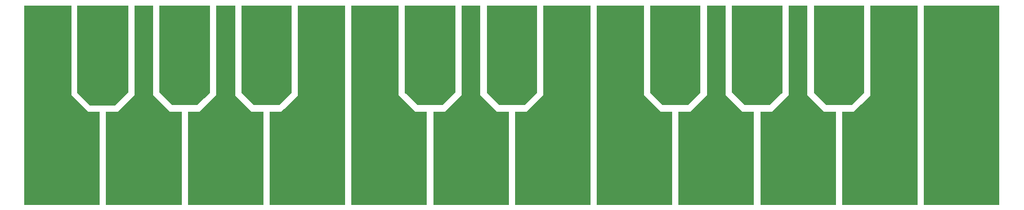
<source format=gbr>
%TF.GenerationSoftware,KiCad,Pcbnew,(6.0.2)*%
%TF.CreationDate,2022-03-12T17:52:29+01:00*%
%TF.ProjectId,hardware,68617264-7761-4726-952e-6b696361645f,rev?*%
%TF.SameCoordinates,Original*%
%TF.FileFunction,Paste,Top*%
%TF.FilePolarity,Positive*%
%FSLAX46Y46*%
G04 Gerber Fmt 4.6, Leading zero omitted, Abs format (unit mm)*
G04 Created by KiCad (PCBNEW (6.0.2)) date 2022-03-12 17:52:29*
%MOMM*%
%LPD*%
G01*
G04 APERTURE LIST*
G04 Aperture macros list*
%AMFreePoly0*
4,1,8,5.329152,14.575350,7.775791,12.140177,9.586970,12.140177,9.586970,-1.985799,-1.767270,-1.985799,-1.767270,28.149653,5.329152,28.149653,5.329152,14.575350,5.329152,14.575350,$1*%
%AMFreePoly1*
4,1,16,3.684809,-0.274624,3.684810,-0.274625,3.620300,-0.338833,3.620300,-0.348088,3.620301,-0.348089,1.727993,-2.231542,1.727993,-2.231543,-2.056797,-2.231543,-2.056798,-2.231544,-3.949177,-0.348090,-3.949178,-0.348090,-3.949178,12.836189,-3.884669,12.836189,-3.884669,12.909653,3.684809,12.909653,3.684809,-0.274624,3.684809,-0.274624,$1*%
%AMFreePoly2*
4,1,11,4.929624,14.575350,7.376221,12.140177,9.187460,12.140177,9.187460,-1.985799,-2.166777,-1.985799,-2.166777,12.140177,-0.355638,12.140177,2.091062,14.575351,2.091062,28.149653,4.929624,28.149653,4.929624,14.575350,4.929624,14.575350,$1*%
%AMFreePoly3*
4,1,11,3.285301,-0.274626,3.285300,-0.274626,1.392896,-2.158078,1.392896,-2.158079,-2.391817,-2.158079,-2.391817,-2.158078,-4.284225,-0.274626,-4.284226,-0.274626,-4.284226,12.909653,3.285301,12.909653,3.285301,-0.274626,3.285301,-0.274626,$1*%
%AMFreePoly4*
4,1,12,4.530013,28.149651,4.530015,14.575350,6.976719,12.140177,8.787854,12.140177,8.787854,-1.985799,-2.566385,-1.985799,-2.566385,12.140177,-0.755144,12.140177,1.691451,14.575350,1.691451,28.149653,4.530013,28.149653,4.530013,28.149651,4.530013,28.149651,$1*%
%AMFreePoly5*
4,1,11,2.885796,-0.274626,2.885795,-0.274626,0.993390,-2.158078,0.993390,-2.158079,-2.791427,-2.158079,-2.791428,-2.158080,-4.683735,-0.274626,-4.683736,-0.274626,-4.683736,12.909653,2.885796,12.909653,2.885796,-0.274626,2.885796,-0.274626,$1*%
%AMFreePoly6*
4,1,8,8.388345,-1.985799,-2.965893,-1.985799,-2.965893,12.140177,-1.154651,12.140177,1.291946,14.575351,1.291946,28.149653,8.388345,28.149653,8.388345,-1.985799,8.388345,-1.985799,$1*%
%AMFreePoly7*
4,1,8,3.731001,14.575350,6.177595,12.140177,7.988837,12.140177,7.988837,-1.985799,-3.365501,-1.985799,-3.365501,28.149653,3.731001,28.149653,3.731001,14.575350,3.731001,14.575350,$1*%
%AMFreePoly8*
4,1,11,4.626680,-0.274626,4.626679,-0.274626,2.734265,-2.158078,2.734265,-2.158079,-1.050446,-2.158079,-1.050446,-2.158078,-2.942848,-0.274626,-2.942849,-0.274626,-2.942849,12.909653,4.626680,12.909653,4.626680,-0.274626,4.626680,-0.274626,$1*%
%AMFreePoly9*
4,1,11,3.331393,14.575350,5.778087,12.140177,7.589236,12.140177,7.589236,-1.985799,-3.765010,-1.985799,-3.765010,12.140177,-1.953768,12.140177,0.492829,14.575351,0.492829,28.149653,3.331393,28.149653,3.331393,14.575350,3.331393,14.575350,$1*%
%AMFreePoly10*
4,1,11,4.227064,-0.274626,4.227063,-0.274626,2.334768,-2.158078,2.334768,-2.158079,-1.450052,-2.158079,-1.450053,-2.158080,-3.342357,-0.274626,-3.342358,-0.274626,-3.342358,12.909653,4.227064,12.909653,4.227064,-0.274626,4.227064,-0.274626,$1*%
%AMFreePoly11*
4,1,8,7.189705,-1.985799,-4.164522,-1.985799,-4.164522,12.140177,-2.353372,12.140177,0.093313,14.575350,0.093313,28.149653,7.189712,28.149653,7.189705,-1.985799,7.189705,-1.985799,$1*%
%AMFreePoly12*
4,1,8,5.072269,14.575350,7.518954,12.140177,9.330204,12.140177,9.330204,-1.985799,-2.024145,-1.985799,-2.024145,28.149653,5.072269,28.149653,5.072269,14.575350,5.072269,14.575350,$1*%
%AMFreePoly13*
4,1,11,5.967940,-0.274624,5.967941,-0.274625,4.075629,-2.158078,4.075629,-2.158079,0.290930,-2.158079,0.290929,-2.158080,-1.601481,-0.274626,-1.601482,-0.274626,-1.601482,12.909653,5.967940,12.909653,5.967940,-0.274624,5.967940,-0.274624,$1*%
%AMFreePoly14*
4,1,12,4.672959,28.149651,4.672967,14.575350,7.118950,12.140177,8.931107,12.140177,8.931107,-1.985799,-2.423647,-1.985799,-2.423647,12.140177,-0.612404,12.140177,1.834197,14.575350,1.834197,28.149653,4.672959,28.149653,4.672959,28.149651,4.672959,28.149651,$1*%
%AMFreePoly15*
4,1,11,5.568233,-0.274624,5.568234,-0.274625,3.675716,-2.158078,3.675716,-2.158079,-0.108290,-2.158079,-0.108290,-2.158078,-2.000776,-0.274626,-2.000777,-0.274626,-2.000777,12.909653,5.568233,12.909653,5.568233,-0.274624,5.568233,-0.274624,$1*%
%AMFreePoly16*
4,1,11,4.273252,14.575350,6.720249,12.140177,8.531400,12.140177,8.531400,-1.985799,-2.823651,-1.985799,-2.823651,12.140177,-1.011501,12.140177,1.434482,14.575350,1.434482,28.149653,4.273252,28.149653,4.273252,14.575350,4.273252,14.575350,$1*%
%AMFreePoly17*
4,1,11,5.168534,-0.274626,5.168533,-0.274626,3.277024,-2.158078,3.277024,-2.158079,-0.507988,-2.158079,-0.507989,-2.158080,-2.400506,-0.274626,-2.400507,-0.274626,-2.400507,12.909653,5.168534,12.909653,5.168534,-0.274626,5.168534,-0.274626,$1*%
%AMFreePoly18*
4,1,8,8.131693,-1.985799,-3.222359,-1.985799,-3.222359,12.140177,-1.411208,12.140177,1.034782,14.575350,1.034782,28.149653,8.131693,28.149653,8.131693,-1.985799,8.131693,-1.985799,$1*%
%AMFreePoly19*
4,1,5,10.271971,-1.985799,-1.082066,-1.985799,-1.082066,28.149653,10.271971,28.149653,10.271971,-1.985799,10.271971,-1.985799,$1*%
G04 Aperture macros list end*
%ADD10FreePoly0,0.000000*%
%ADD11FreePoly1,0.000000*%
%ADD12FreePoly2,0.000000*%
%ADD13FreePoly3,0.000000*%
%ADD14FreePoly4,0.000000*%
%ADD15FreePoly5,0.000000*%
%ADD16FreePoly6,0.000000*%
%ADD17FreePoly7,0.000000*%
%ADD18FreePoly8,0.000000*%
%ADD19FreePoly9,0.000000*%
%ADD20FreePoly10,0.000000*%
%ADD21FreePoly11,0.000000*%
%ADD22FreePoly12,0.000000*%
%ADD23FreePoly13,0.000000*%
%ADD24FreePoly14,0.000000*%
%ADD25FreePoly15,0.000000*%
%ADD26FreePoly16,0.000000*%
%ADD27FreePoly17,0.000000*%
%ADD28FreePoly18,0.000000*%
%ADD29FreePoly19,0.000000*%
G04 APERTURE END LIST*
D10*
%TO.C,KB1*%
X23913447Y-124386744D03*
D11*
X34073447Y-109146744D03*
D12*
X36613447Y-124386744D03*
D13*
X46773447Y-109146744D03*
D14*
X49313447Y-124386744D03*
D15*
X59473447Y-109146744D03*
D16*
X62013447Y-124386744D03*
D17*
X74713447Y-124386744D03*
D18*
X82333447Y-109146744D03*
D19*
X87413447Y-124386744D03*
D20*
X95033447Y-109146744D03*
D21*
X100113447Y-124386744D03*
D22*
X110273447Y-124386744D03*
D23*
X117893447Y-109146744D03*
D24*
X122973447Y-124386744D03*
D25*
X130593447Y-109146744D03*
D26*
X135673447Y-124386744D03*
D27*
X143293447Y-109146744D03*
D28*
X148373447Y-124386744D03*
D29*
X158533447Y-124386744D03*
%TD*%
M02*

</source>
